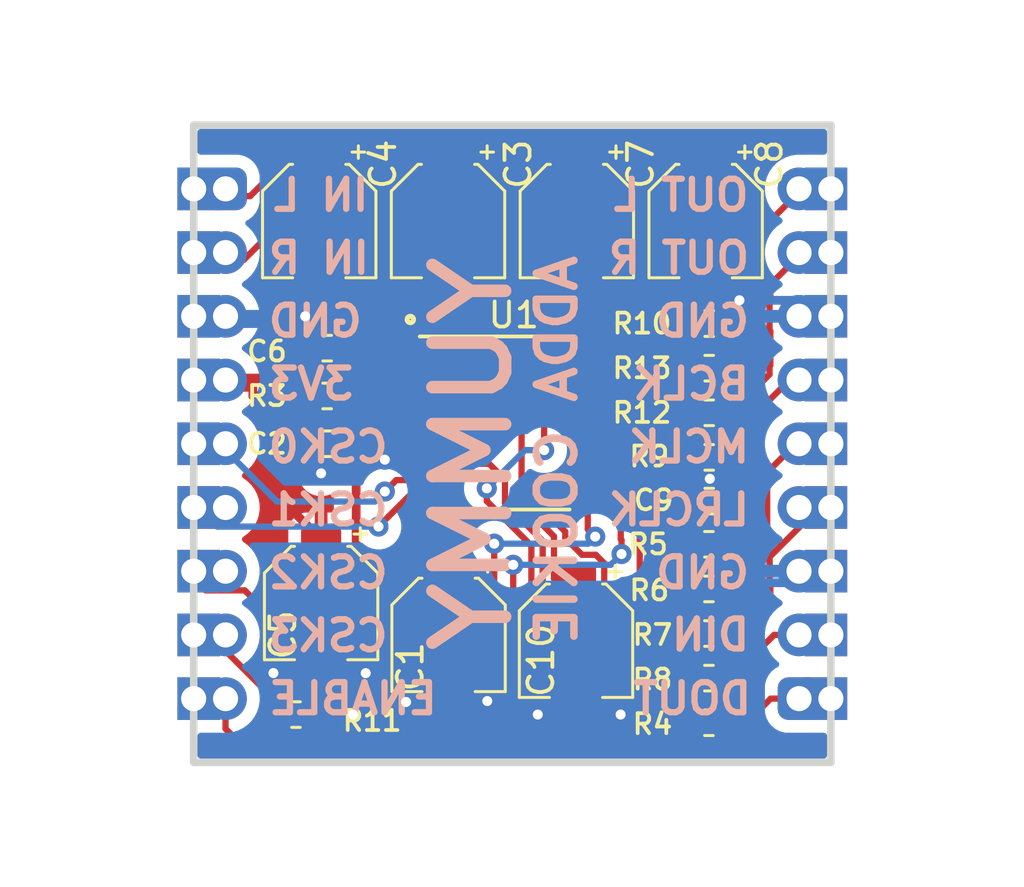
<source format=kicad_pcb>
(kicad_pcb (version 20241229) (generator "pcbnew") (generator_version "9.0")
  (title_block (title "Yummy ADDA Cookie") (company "Gary Grutzek"))
  (layers (0 "F.Cu" signal) (2 "B.Cu" signal) (13 "F.Paste" user) (15 "B.Paste" user) (5 "F.SilkS" user "F.Silkscreen") (7 "B.SilkS" user "B.Silkscreen") (1 "F.Mask" user) (3 "B.Mask" user) (25 "Edge.Cuts" user))
  (net 0 "")
  (net 1 "/VD")
  (net 2 "GNDA")
  (net 3 "+3.3VA")
  (net 4 "Net-(C4-Pad2)")
  (net 5 "/CKS3")
  (net 6 "/CKS2")
  (net 7 "/CKS1")
  (net 8 "/CKS0")
  (net 9 "/PDN")
  (net 10 "/AUDIO_OUTL")
  (net 11 "/AUDIO_OUTR")
  (net 12 "/I2S_LRCLK")
  (net 13 "/I2S_BCLK")
  (net 14 "/I2S_MCLK")
  (net 15 "/I2S_DIN")
  (net 16 "/I2S_DOUT")
  (net 17 "Net-(R4-Pad1)")
  (net 18 "Net-(R7-Pad2)")
  (net 19 "Net-(R8-Pad2)")
  (net 20 "/AUDIO_INR")
  (net 21 "/AUDIO_INL")
  (net 22 "Net-(C7-Pad1)")
  (net 23 "Net-(C3-Pad2)")
  (net 24 "Net-(C7-Pad2)")
  (net 25 "Net-(C8-Pad1)")
  (net 26 "Net-(C8-Pad2)")
  (net 27 "Net-(C10-Pad1)")
  (net 28 "Net-(R5-Pad2)")
  (net 29 "Net-(R6-Pad2)")
  (footprint "Resistor_SMD:R_0603_1608Metric_Pad1.05x0.95mm_HandSolder" (layer "F.Cu") (at 30.72 36.195 180)
    (property "Reference" "R3" (at 2.399 0 180) (layer "F.SilkS") (effects (font (size 0.8 0.8))))
    (property "Value" "5R1")
    (pad "1" smd roundrect (at -0.875 0 180) (size 1.05 0.95) (layers "F.Cu" "F.Mask" "F.Paste") (net 1 "/VD"))
    (pad "2" smd roundrect (at 0.875 0 180) (size 1.05 0.95) (layers "F.Cu" "F.Mask" "F.Paste") (net 3 "+3.3VA"))
  )
  (footprint "Capacitor_SMD:C_0603_1608Metric_Pad1.05x0.95mm_HandSolder" (layer "F.Cu") (at 30.72 38.1 180)
    (property "Reference" "C2" (at 2.399 0 180) (layer "F.SilkS") (effects (font (size 0.8 0.8))))
    (property "Value" "100n")
    (pad "1" smd roundrect (at -0.875 0 180) (size 1.05 0.95) (layers "F.Cu" "F.Mask" "F.Paste") (net 1 "/VD"))
    (pad "2" smd roundrect (at 0.875 0 180) (size 1.05 0.95) (layers "F.Cu" "F.Mask" "F.Paste") (net 2 "GNDA"))
  )
  (footprint "Capacitor_SMD:CP_Elec_4x5.4" (layer "F.Cu") (at 35.56 45.72 -90)
    (property "Reference" "C1" (at 1.27 1.524 90) (layer "F.SilkS"))
    (property "Value" "10u")
    (pad "1" smd roundrect (at -1.8 0 270) (size 2.6 1.6) (layers "F.Cu" "F.Mask" "F.Paste") (roundrect_rratio 0.15625) (net 1 "/VD"))
    (pad "2" smd roundrect (at 1.8 0 270) (size 2.6 1.6) (layers "F.Cu" "F.Mask" "F.Paste") (roundrect_rratio 0.15625) (net 2 "GNDA"))
  )
  (footprint "GuitarStuff:TSSOP-20_4.4x6.5mm_P0.65mm" (layer "F.Cu") (at 38.159 37.273)
    (property "Reference" "U1" (at 0 -4.3 0) (layer "F.SilkS"))
    (property "Value" "AK4556")
    (pad "1" smd rect (at -2.95 -2.925) (size 1.45 0.45) (layers "F.Cu" "F.Mask" "F.Paste") (net 23 "Net-(C3-Pad2)"))
    (pad "2" smd rect (at -2.95 -2.275) (size 1.45 0.45) (layers "F.Cu" "F.Mask" "F.Paste") (net 4 "Net-(C4-Pad2)"))
    (pad "3" smd rect (at -2.95 -1.625) (size 1.45 0.45) (layers "F.Cu" "F.Mask" "F.Paste") (net 2 "GNDA"))
    (pad "4" smd rect (at -2.95 -0.975) (size 1.45 0.45) (layers "F.Cu" "F.Mask" "F.Paste") (net 3 "+3.3VA"))
    (pad "5" smd rect (at -2.95 -0.325) (size 1.45 0.45) (layers "F.Cu" "F.Mask" "F.Paste") (net 1 "/VD"))
    (pad "6" smd rect (at -2.95 0.325) (size 1.45 0.45) (layers "F.Cu" "F.Mask" "F.Paste") (net 3 "+3.3VA"))
    (pad "7" smd rect (at -2.95 0.975) (size 1.45 0.45) (layers "F.Cu" "F.Mask" "F.Paste") (net 2 "GNDA"))
    (pad "8" smd rect (at -2.95 1.625) (size 1.45 0.45) (layers "F.Cu" "F.Mask" "F.Paste") (net 17 "Net-(R4-Pad1)"))
    (pad "9" smd rect (at -2.95 2.275) (size 1.45 0.45) (layers "F.Cu" "F.Mask" "F.Paste") (net 8 "/CKS0"))
    (pad "10" smd rect (at -2.95 2.925) (size 1.45 0.45) (layers "F.Cu" "F.Mask" "F.Paste") (net 7 "/CKS1"))
    (pad "11" smd rect (at 2.95 2.925) (size 1.45 0.45) (layers "F.Cu" "F.Mask" "F.Paste") (net 6 "/CKS2"))
    (pad "12" smd rect (at 2.95 2.275) (size 1.45 0.45) (layers "F.Cu" "F.Mask" "F.Paste") (net 5 "/CKS3"))
    (pad "13" smd rect (at 2.95 1.625) (size 1.45 0.45) (layers "F.Cu" "F.Mask" "F.Paste") (net 19 "Net-(R8-Pad2)"))
    (pad "14" smd rect (at 2.95 0.975) (size 1.45 0.45) (layers "F.Cu" "F.Mask" "F.Paste") (net 18 "Net-(R7-Pad2)"))
    (pad "15" smd rect (at 2.95 0.325) (size 1.45 0.45) (layers "F.Cu" "F.Mask" "F.Paste") (net 29 "Net-(R6-Pad2)"))
    (pad "16" smd rect (at 2.95 -0.325) (size 1.45 0.45) (layers "F.Cu" "F.Mask" "F.Paste") (net 28 "Net-(R5-Pad2)"))
    (pad "17" smd rect (at 2.95 -0.975) (size 1.45 0.45) (layers "F.Cu" "F.Mask" "F.Paste") (net 9 "/PDN"))
    (pad "18" smd rect (at 2.95 -1.625) (size 1.45 0.45) (layers "F.Cu" "F.Mask" "F.Paste") (net 27 "Net-(C10-Pad1)"))
    (pad "19" smd rect (at 2.95 -2.275) (size 1.45 0.45) (layers "F.Cu" "F.Mask" "F.Paste") (net 25 "Net-(C8-Pad1)"))
    (pad "20" smd rect (at 2.95 -2.925) (size 1.45 0.45) (layers "F.Cu" "F.Mask" "F.Paste") (net 22 "Net-(C7-Pad1)"))
  )
  (footprint "Capacitor_SMD:CP_Elec_4x5.4" (layer "F.Cu") (at 40.64 45.952 -90)
    (property "Reference" "C10" (at 0.784 1.397 90) (layer "F.SilkS"))
    (property "Value" "2u2")
    (pad "1" smd roundrect (at -1.8 0 270) (size 2.6 1.6) (layers "F.Cu" "F.Mask" "F.Paste") (roundrect_rratio 0.15625) (net 27 "Net-(C10-Pad1)"))
    (pad "2" smd roundrect (at 1.8 0 270) (size 2.6 1.6) (layers "F.Cu" "F.Mask" "F.Paste") (roundrect_rratio 0.15625) (net 2 "GNDA"))
  )
  (footprint "Capacitor_SMD:C_0603_1608Metric_Pad1.05x0.95mm_HandSolder" (layer "F.Cu") (at 30.72 34.29 180)
    (property "Reference" "C6" (at 2.399 -0.127 180) (layer "F.SilkS") (effects (font (size 0.8 0.8))))
    (property "Value" "100n")
    (pad "1" smd roundrect (at -0.875 0 180) (size 1.05 0.95) (layers "F.Cu" "F.Mask" "F.Paste") (net 3 "+3.3VA"))
    (pad "2" smd roundrect (at 0.875 0 180) (size 1.05 0.95) (layers "F.Cu" "F.Mask" "F.Paste") (net 2 "GNDA"))
  )
  (footprint "Capacitor_SMD:CP_Elec_4x5.4" (layer "F.Cu") (at 30.48 44.45 -90)
    (property "Reference" "C5" (at 1.27 1.524 90) (layer "F.SilkS"))
    (property "Value" "10u")
    (pad "1" smd roundrect (at -1.8 0 270) (size 2.6 1.6) (layers "F.Cu" "F.Mask" "F.Paste") (roundrect_rratio 0.15625) (net 3 "+3.3VA"))
    (pad "2" smd roundrect (at 1.8 0 270) (size 2.6 1.6) (layers "F.Cu" "F.Mask" "F.Paste") (roundrect_rratio 0.15625) (net 2 "GNDA"))
  )
  (footprint "Resistor_SMD:R_0603_1608Metric_Pad1.05x0.95mm_HandSolder" (layer "F.Cu") (at 29.478 48.895 180)
    (property "Reference" "R11" (at -3.034 -0.254 0) (layer "F.SilkS") (effects (font (size 0.8 0.8))))
    (property "Value" "10k")
    (pad "1" smd roundrect (at -0.875 0 180) (size 1.05 0.95) (layers "F.Cu" "F.Mask" "F.Paste") (net 2 "GNDA"))
    (pad "2" smd roundrect (at 0.875 0 180) (size 1.05 0.95) (layers "F.Cu" "F.Mask" "F.Paste") (net 9 "/PDN"))
  )
  (footprint "Resistor_SMD:R_0603_1608Metric_Pad1.05x0.95mm_HandSolder" (layer "F.Cu") (at 45.938 42.109 180)
    (property "Reference" "R5" (at 2.427 0 180) (layer "F.SilkS") (effects (font (size 0.8 0.8))))
    (property "Value" "51R")
    (pad "1" smd roundrect (at -0.875 0 180) (size 1.05 0.95) (layers "F.Cu" "F.Mask" "F.Paste") (net 13 "/I2S_BCLK"))
    (pad "2" smd roundrect (at 0.875 0 180) (size 1.05 0.95) (layers "F.Cu" "F.Mask" "F.Paste") (net 28 "Net-(R5-Pad2)"))
  )
  (footprint "Resistor_SMD:R_0603_1608Metric_Pad1.05x0.95mm_HandSolder" (layer "F.Cu") (at 45.938 43.887 180)
    (property "Reference" "R6" (at 2.377 -0.055 180) (layer "F.SilkS") (effects (font (size 0.8 0.8))))
    (property "Value" "51R")
    (pad "1" smd roundrect (at -0.875 0 180) (size 1.05 0.95) (layers "F.Cu" "F.Mask" "F.Paste") (net 14 "/I2S_MCLK"))
    (pad "2" smd roundrect (at 0.875 0 180) (size 1.05 0.95) (layers "F.Cu" "F.Mask" "F.Paste") (net 29 "Net-(R6-Pad2)"))
  )
  (footprint "Resistor_SMD:R_0603_1608Metric_Pad1.05x0.95mm_HandSolder" (layer "F.Cu") (at 45.938 45.665 180)
    (property "Reference" "R7" (at 2.25 -0.055 180) (layer "F.SilkS") (effects (font (size 0.8 0.8))))
    (property "Value" "51R")
    (pad "1" smd roundrect (at -0.875 0 180) (size 1.05 0.95) (layers "F.Cu" "F.Mask" "F.Paste") (net 12 "/I2S_LRCLK"))
    (pad "2" smd roundrect (at 0.875 0 180) (size 1.05 0.95) (layers "F.Cu" "F.Mask" "F.Paste") (net 18 "Net-(R7-Pad2)"))
  )
  (footprint "Resistor_SMD:R_0603_1608Metric_Pad1.05x0.95mm_HandSolder" (layer "F.Cu") (at 45.938 47.443 180)
    (property "Reference" "R8" (at 2.25 -0.055 180) (layer "F.SilkS") (effects (font (size 0.8 0.8))))
    (property "Value" "51R")
    (pad "1" smd roundrect (at -0.875 0 180) (size 1.05 0.95) (layers "F.Cu" "F.Mask" "F.Paste") (net 15 "/I2S_DIN"))
    (pad "2" smd roundrect (at 0.875 0 180) (size 1.05 0.95) (layers "F.Cu" "F.Mask" "F.Paste") (net 19 "Net-(R8-Pad2)"))
  )
  (footprint "Resistor_SMD:R_0603_1608Metric_Pad1.05x0.95mm_HandSolder" (layer "F.Cu") (at 45.938 49.221)
    (property "Reference" "R4" (at -2.25 0.055 0) (layer "F.SilkS") (effects (font (size 0.8 0.8))))
    (property "Value" "51R")
    (pad "1" smd roundrect (at -0.875 0) (size 1.05 0.95) (layers "F.Cu" "F.Mask" "F.Paste") (net 17 "Net-(R4-Pad1)"))
    (pad "2" smd roundrect (at 0.875 0) (size 1.05 0.95) (layers "F.Cu" "F.Mask" "F.Paste") (net 16 "/I2S_DOUT"))
  )
  (footprint "Resistor_SMD:R_0603_1608Metric_Pad1.05x0.95mm_HandSolder" (layer "F.Cu") (at 45.949 38.644 180)
    (property "Reference" "R9" (at 2.388 0.036 180) (layer "F.SilkS") (effects (font (size 0.8 0.8))))
    (property "Value" "10k")
    (pad "1" smd roundrect (at -0.875 0 180) (size 1.05 0.95) (layers "F.Cu" "F.Mask" "F.Paste") (net 2 "GNDA"))
    (pad "2" smd roundrect (at 0.875 0 180) (size 1.05 0.95) (layers "F.Cu" "F.Mask" "F.Paste") (net 24 "Net-(C7-Pad2)"))
  )
  (footprint "Resistor_SMD:R_0603_1608Metric_Pad1.05x0.95mm_HandSolder" (layer "F.Cu") (at 45.949 36.866 180)
    (property "Reference" "R12" (at 2.681 0 180) (layer "F.SilkS") (effects (font (size 0.8 0.8))))
    (property "Value" "220R")
    (pad "1" smd roundrect (at -0.875 0 180) (size 1.05 0.95) (layers "F.Cu" "F.Mask" "F.Paste") (net 11 "/AUDIO_OUTR"))
    (pad "2" smd roundrect (at 0.875 0 180) (size 1.05 0.95) (layers "F.Cu" "F.Mask" "F.Paste") (net 24 "Net-(C7-Pad2)"))
  )
  (footprint "Resistor_SMD:R_0603_1608Metric_Pad1.05x0.95mm_HandSolder" (layer "F.Cu") (at 45.949 35.088 180)
    (property "Reference" "R13" (at 2.681 0 180) (layer "F.SilkS") (effects (font (size 0.8 0.8))))
    (property "Value" "220R")
    (pad "1" smd roundrect (at -0.875 0 180) (size 1.05 0.95) (layers "F.Cu" "F.Mask" "F.Paste") (net 10 "/AUDIO_OUTL"))
    (pad "2" smd roundrect (at 0.875 0 180) (size 1.05 0.95) (layers "F.Cu" "F.Mask" "F.Paste") (net 26 "Net-(C8-Pad2)"))
  )
  (footprint "Resistor_SMD:R_0603_1608Metric_Pad1.05x0.95mm_HandSolder" (layer "F.Cu") (at 45.949 33.31 180)
    (property "Reference" "R10" (at 2.681 0 180) (layer "F.SilkS") (effects (font (size 0.8 0.8))))
    (property "Value" "10k")
    (pad "1" smd roundrect (at -0.875 0 180) (size 1.05 0.95) (layers "F.Cu" "F.Mask" "F.Paste") (net 2 "GNDA"))
    (pad "2" smd roundrect (at 0.875 0 180) (size 1.05 0.95) (layers "F.Cu" "F.Mask" "F.Paste") (net 26 "Net-(C8-Pad2)"))
  )
  (footprint "Capacitor_SMD:CP_Elec_4x5.4" (layer "F.Cu") (at 40.673332 29.224 -90)
    (property "Reference" "C7" (at -2.264 -2.54 270) (layer "F.SilkS"))
    (property "Value" "22u")
    (pad "1" smd roundrect (at -1.8 0 270) (size 2.6 1.6) (layers "F.Cu" "F.Mask" "F.Paste") (roundrect_rratio 0.15625) (net 22 "Net-(C7-Pad1)"))
    (pad "2" smd roundrect (at 1.8 0 270) (size 2.6 1.6) (layers "F.Cu" "F.Mask" "F.Paste") (roundrect_rratio 0.15625) (net 24 "Net-(C7-Pad2)"))
  )
  (footprint "Capacitor_SMD:CP_Elec_4x5.4" (layer "F.Cu") (at 45.808 29.224 -90)
    (property "Reference" "C8" (at -2.264 -2.54 270) (layer "F.SilkS"))
    (property "Value" "22u")
    (pad "1" smd roundrect (at -1.8 0 270) (size 2.6 1.6) (layers "F.Cu" "F.Mask" "F.Paste") (roundrect_rratio 0.15625) (net 25 "Net-(C8-Pad1)"))
    (pad "2" smd roundrect (at 1.8 0 270) (size 2.6 1.6) (layers "F.Cu" "F.Mask" "F.Paste") (roundrect_rratio 0.15625) (net 26 "Net-(C8-Pad2)"))
  )
  (footprint "Capacitor_SMD:CP_Elec_4x5.4" (layer "F.Cu") (at 30.404 29.224 -90)
    (property "Reference" "C4" (at -2.264 -2.54 270) (layer "F.SilkS"))
    (property "Value" "10u")
    (pad "1" smd roundrect (at -1.8 0 270) (size 2.6 1.6) (layers "F.Cu" "F.Mask" "F.Paste") (roundrect_rratio 0.15625) (net 21 "/AUDIO_INL"))
    (pad "2" smd roundrect (at 1.8 0 270) (size 2.6 1.6) (layers "F.Cu" "F.Mask" "F.Paste") (roundrect_rratio 0.15625) (net 4 "Net-(C4-Pad2)"))
  )
  (footprint "Capacitor_SMD:CP_Elec_4x5.4" (layer "F.Cu") (at 35.538666 29.224 -90)
    (property "Reference" "C3" (at -2.264 -2.794 270) (layer "F.SilkS"))
    (property "Value" "10u")
    (pad "1" smd roundrect (at -1.8 0 270) (size 2.6 1.6) (layers "F.Cu" "F.Mask" "F.Paste") (roundrect_rratio 0.15625) (net 20 "/AUDIO_INR"))
    (pad "2" smd roundrect (at 1.8 0 270) (size 2.6 1.6) (layers "F.Cu" "F.Mask" "F.Paste") (roundrect_rratio 0.15625) (net 23 "Net-(C3-Pad2)"))
  )
  (footprint "GuitarStuff:HalfHole_2x9" (layer "F.Cu") (at 25.4 27.94)
    (property "Reference" "J1" (hide yes))
    (property "Value" "Conn_01x09_Female")
    (pad "1" thru_hole rect (at 0 0) (size 1.7 1.7) (drill 1 (offset 0.2 0)) (layers "*.Cu" "*.Mask") (net 21 "/AUDIO_INL"))
    (pad "1" thru_hole roundrect (at 1.27 0) (size 1.7 1.7) (drill 1) (layers "*.Cu" "*.Mask") (net 21 "/AUDIO_INL"))
    (pad "2" thru_hole rect (at 0 2.54) (size 1.7 1.7) (drill 1 (offset 0.2 0)) (layers "*.Cu" "*.Mask") (net 20 "/AUDIO_INR"))
    (pad "2" thru_hole oval (at 1.27 2.54) (size 1.7 1.7) (drill 1) (layers "*.Cu" "*.Mask") (net 20 "/AUDIO_INR"))
    (pad "3" thru_hole rect (at 0 5.08) (size 1.7 1.7) (drill 1 (offset 0.2 0)) (layers "*.Cu" "*.Mask") (net 2 "GNDA"))
    (pad "3" thru_hole oval (at 1.27 5.08) (size 1.7 1.7) (drill 1) (layers "*.Cu" "*.Mask") (net 2 "GNDA"))
    (pad "4" thru_hole rect (at 0 7.62) (size 1.7 1.7) (drill 1 (offset 0.2 0)) (layers "*.Cu" "*.Mask") (net 3 "+3.3VA"))
    (pad "4" thru_hole oval (at 1.27 7.62) (size 1.7 1.7) (drill 1) (layers "*.Cu" "*.Mask") (net 3 "+3.3VA"))
    (pad "5" thru_hole rect (at 0 10.16) (size 1.7 1.7) (drill 1 (offset 0.2 0)) (layers "*.Cu" "*.Mask") (net 8 "/CKS0"))
    (pad "5" thru_hole oval (at 1.27 10.16) (size 1.7 1.7) (drill 1) (layers "*.Cu" "*.Mask") (net 8 "/CKS0"))
    (pad "6" thru_hole rect (at 0 12.7) (size 1.7 1.7) (drill 1 (offset 0.2 0)) (layers "*.Cu" "*.Mask") (net 7 "/CKS1"))
    (pad "6" thru_hole oval (at 1.27 12.7) (size 1.7 1.7) (drill 1) (layers "*.Cu" "*.Mask") (net 7 "/CKS1"))
    (pad "7" thru_hole rect (at 0 15.24) (size 1.7 1.7) (drill 1 (offset 0.2 0)) (layers "*.Cu" "*.Mask") (net 6 "/CKS2"))
    (pad "7" thru_hole oval (at 1.27 15.24) (size 1.7 1.7) (drill 1) (layers "*.Cu" "*.Mask") (net 6 "/CKS2"))
    (pad "8" thru_hole rect (at 0 17.78) (size 1.7 1.7) (drill 1 (offset 0.2 0)) (layers "*.Cu" "*.Mask") (net 5 "/CKS3"))
    (pad "8" thru_hole oval (at 1.27 17.78) (size 1.7 1.7) (drill 1) (layers "*.Cu" "*.Mask") (net 5 "/CKS3"))
    (pad "9" thru_hole rect (at 0 20.32) (size 1.7 1.7) (drill 1 (offset 0.2 0)) (layers "*.Cu" "*.Mask") (net 9 "/PDN"))
    (pad "9" thru_hole oval (at 1.27 20.32) (size 1.7 1.7) (drill 1) (layers "*.Cu" "*.Mask") (net 9 "/PDN"))
  )
  (footprint "GuitarStuff:HalfHole_2x9" (layer "F.Cu") (at 50.8 48.26 180)
    (property "Reference" "J2" (hide yes))
    (property "Value" "Conn_01x09_Female")
    (pad "1" thru_hole rect (at 0 0 180) (size 1.7 1.7) (drill 1 (offset 0.2 0)) (layers "*.Cu" "*.Mask") (net 16 "/I2S_DOUT"))
    (pad "1" thru_hole roundrect (at 1.27 0 180) (size 1.7 1.7) (drill 1) (layers "*.Cu" "*.Mask") (net 16 "/I2S_DOUT"))
    (pad "2" thru_hole rect (at 0 2.54 180) (size 1.7 1.7) (drill 1 (offset 0.2 0)) (layers "*.Cu" "*.Mask") (net 15 "/I2S_DIN"))
    (pad "2" thru_hole oval (at 1.27 2.54 180) (size 1.7 1.7) (drill 1) (layers "*.Cu" "*.Mask") (net 15 "/I2S_DIN"))
    (pad "3" thru_hole rect (at 0 5.08 180) (size 1.7 1.7) (drill 1 (offset 0.2 0)) (layers "*.Cu" "*.Mask") (net 2 "GNDA"))
    (pad "3" thru_hole oval (at 1.27 5.08 180) (size 1.7 1.7) (drill 1) (layers "*.Cu" "*.Mask") (net 2 "GNDA"))
    (pad "4" thru_hole rect (at 0 7.62 180) (size 1.7 1.7) (drill 1 (offset 0.2 0)) (layers "*.Cu" "*.Mask") (net 12 "/I2S_LRCLK"))
    (pad "4" thru_hole oval (at 1.27 7.62 180) (size 1.7 1.7) (drill 1) (layers "*.Cu" "*.Mask") (net 12 "/I2S_LRCLK"))
    (pad "5" thru_hole rect (at 0 10.16 180) (size 1.7 1.7) (drill 1 (offset 0.2 0)) (layers "*.Cu" "*.Mask") (net 14 "/I2S_MCLK"))
    (pad "5" thru_hole oval (at 1.27 10.16 180) (size 1.7 1.7) (drill 1) (layers "*.Cu" "*.Mask") (net 14 "/I2S_MCLK"))
    (pad "6" thru_hole rect (at 0 12.7 180) (size 1.7 1.7) (drill 1 (offset 0.2 0)) (layers "*.Cu" "*.Mask") (net 13 "/I2S_BCLK"))
    (pad "6" thru_hole oval (at 1.27 12.7 180) (size 1.7 1.7) (drill 1) (layers "*.Cu" "*.Mask") (net 13 "/I2S_BCLK"))
    (pad "7" thru_hole rect (at 0 15.24 180) (size 1.7 1.7) (drill 1 (offset 0.2 0)) (layers "*.Cu" "*.Mask") (net 2 "GNDA"))
    (pad "7" thru_hole oval (at 1.27 15.24 180) (size 1.7 1.7) (drill 1) (layers "*.Cu" "*.Mask") (net 2 "GNDA"))
    (pad "8" thru_hole rect (at 0 17.78 180) (size 1.7 1.7) (drill 1 (offset 0.2 0)) (layers "*.Cu" "*.Mask") (net 11 "/AUDIO_OUTR"))
    (pad "8" thru_hole oval (at 1.27 17.78 180) (size 1.7 1.7) (drill 1) (layers "*.Cu" "*.Mask") (net 11 "/AUDIO_OUTR"))
    (pad "9" thru_hole rect (at 0 20.32 180) (size 1.7 1.7) (drill 1 (offset 0.2 0)) (layers "*.Cu" "*.Mask") (net 10 "/AUDIO_OUTL"))
    (pad "9" thru_hole oval (at 1.27 20.32 180) (size 1.7 1.7) (drill 1) (layers "*.Cu" "*.Mask") (net 10 "/AUDIO_OUTL"))
  )
  (footprint "Capacitor_SMD:C_0603_1608Metric_Pad1.05x0.95mm_HandSolder" (layer "F.Cu") (at 45.949 40.386)
    (property "Reference" "C9" (at -2.213 -0.036 0) (layer "F.SilkS") (effects (font (size 0.8 0.8))))
    (property "Value" "100n")
    (pad "1" smd roundrect (at -0.875 0) (size 1.05 0.95) (layers "F.Cu" "F.Mask" "F.Paste") (net 27 "Net-(C10-Pad1)"))
    (pad "2" smd roundrect (at 0.875 0) (size 1.05 0.95) (layers "F.Cu" "F.Mask" "F.Paste") (net 2 "GNDA"))
  )
  (gr_circle (center 34.036 33.147) (end 34.036 33.02) (stroke (width 0.2)) (fill no) (layer "F.SilkS"))
  (gr_line (start 25.4 25.4) (end 25.4 50.8) (stroke (width 0.3)) (layer "Edge.Cuts"))
  (gr_line (start 25.4 50.8) (end 50.8 50.8) (stroke (width 0.3)) (layer "Edge.Cuts"))
  (gr_line (start 50.8 25.4) (end 25.4 25.4) (stroke (width 0.3)) (layer "Edge.Cuts"))
  (gr_line (start 50.8 50.8) (end 50.8 25.4) (stroke (width 0.3)) (layer "Edge.Cuts"))
  (gr_text "IN L" (at 30.48 28.194 0) (layer "B.SilkS") (effects (font (size 1.2 1.2) (thickness 0.25)) (justify mirror)))
  (gr_text "3V3" (at 30.076858 35.71875 0) (layer "B.SilkS") (effects (font (size 1.2 1.2) (thickness 0.25)) (justify mirror)))
  (gr_text "ENABLE" (at 31.75 48.26 0) (layer "B.SilkS") (effects (font (size 1.2 1.2) (thickness 0.25)) (justify mirror)))
  (gr_text "MCLK" (at 45.141 38.227 0) (layer "B.SilkS") (effects (font (size 1.2 1.2) (thickness 0.25)) (justify mirror)))
  (gr_text "LRCLK" (at 44.741 40.73525 0) (layer "B.SilkS") (effects (font (size 1.2 1.2) (thickness 0.25)) (justify mirror)))
  (gr_text "CSK3" (at 30.762572 45.75175 0) (layer "B.SilkS") (effects (font (size 1.2 1.2) (thickness 0.25)) (justify mirror)))
  (gr_text "DOUT" (at 42.799 48.26 0) (layer "B.SilkS") (effects (font (size 1.2 1.2) (thickness 0.25)) (justify right mirror)))
  (gr_text "BCLK" (at 45.226714 35.71875 0) (layer "B.SilkS") (effects (font (size 1.2 1.2) (thickness 0.25)) (justify mirror)))
  (gr_text "OUT R" (at 44.741 30.70225 0) (layer "B.SilkS") (effects (font (size 1.2 1.2) (thickness 0.25)) (justify mirror)))
  (gr_text "DIN" (at 44.323 45.72 0) (layer "B.SilkS") (effects (font (size 1.2 1.2) (thickness 0.25)) (justify right mirror)))
  (gr_text "IN R\n" (at 30.391143 30.70225 0) (layer "B.SilkS") (effects (font (size 1.2 1.2) (thickness 0.25)) (justify mirror)))
  (gr_text "GND" (at 45.683857 33.2105 0) (layer "B.SilkS") (effects (font (size 1.2 1.2) (thickness 0.25)) (justify mirror)))
  (gr_text "CSK2" (at 30.762572 43.2435 0) (layer "B.SilkS") (effects (font (size 1.2 1.2) (thickness 0.25)) (justify mirror)))
  (gr_text "CSK0" (at 30.762572 38.227 0) (layer "B.SilkS") (effects (font (size 1.2 1.2) (thickness 0.25)) (justify mirror)))
  (gr_text "GND" (at 45.683857 43.2435 0) (layer "B.SilkS") (effects (font (size 1.2 1.2) (thickness 0.25)) (justify mirror)))
  (gr_text "CSK1" (at 30.762572 40.73525 0) (layer "B.SilkS") (effects (font (size 1.2 1.2) (thickness 0.25)) (justify mirror)))
  (gr_text "OUT L" (at 44.831 28.194 0) (layer "B.SilkS") (effects (font (size 1.2 1.2) (thickness 0.25)) (justify mirror)))
  (gr_text "GND" (at 30.248286 33.2105 0) (layer "B.SilkS") (effects (font (size 1.2 1.2) (thickness 0.25)) (justify mirror)))
  (gr_text "YUMMY" (at 36.5 38.5 90) (layer "B.SilkS") (effects (font (size 2.9 3.1) (thickness 0.5)) (justify mirror)))
  (gr_text "ADDA COOKIE" (at 39.878 38.354 90) (layer "B.SilkS") (effects (font (size 1.5 1.5494) (thickness 0.3)) (justify mirror)))
  (segment (start 31.877 42.175068) (end 31.877 38.227) (width 0.35) (layer "F.Cu") (net 1))
  (segment (start 35.56 44.45) (end 34.151932 44.45) (width 0.35) (layer "F.Cu") (net 1))
  (segment (start 31.75 36.83) (end 31.75 37.084) (width 0.35) (layer "F.Cu") (net 1))
  (segment (start 31.877 38.227) (end 31.75 38.1) (width 0.35) (layer "F.Cu") (net 1))
  (segment (start 35.209 36.948) (end 31.886 36.948) (width 0.35) (layer "F.Cu") (net 1))
  (segment (start 31.75 38.1) (end 31.75 37.084) (width 0.35) (layer "F.Cu") (net 1))
  (segment (start 31.75 36.195) (end 31.75 36.83) (width 0.35) (layer "F.Cu") (net 1))
  (segment (start 34.151932 44.45) (end 31.877 42.175068) (width 0.35) (layer "F.Cu") (net 1))
  (segment (start 31.886 36.948) (end 31.75 37.084) (width 0.35) (layer "F.Cu") (net 1))
  (segment (start 46.824 40.6845) (end 46.5615 40.422) (width 0.3) (layer "F.Cu") (net 2))
  (segment (start 33.658988 35.172988) (end 33.658988 34.962766) (width 0.35) (layer "F.Cu") (net 2))
  (segment (start 30.353 48.895) (end 31.75 48.895) (width 0.35) (layer "F.Cu") (net 2))
  (segment (start 32.12633 47.23934) (end 29.145345 47.23934) (width 0.35) (layer "F.Cu") (net 2))
  (segment (start 35.209 38.248) (end 33.507 38.248) (width 0.35) (layer "F.Cu") (net 2))
  (segment (start 46.539685 39.497) (end 46.824 39.497) (width 0.35) (layer "F.Cu") (net 2))
  (segment (start 30.080001 38.879991) (end 30.48 39.27999) (width 0.35) (layer "F.Cu") (net 2))
  (segment (start 37.103498 48.356773) (end 36.396773 48.356773) (width 0.35) (layer "F.Cu") (net 2))
  (segment (start 32.136212 33.43999) (end 30.69501 33.43999) (width 0.35) (layer "F.Cu") (net 2))
  (segment (start 29.083 47.244) (end 29.486 47.244) (width 0.35) (layer "F.Cu") (net 2))
  (segment (start 41.783003 48.895003) (end 40.64 47.752) (width 0.35) (layer "F.Cu") (net 2))
  (segment (start 30.48 46.736) (end 30.98801 47.24401) (width 0.35) (layer "F.Cu") (net 2))
  (segment (start 33.507 38.248) (end 33.02 38.735) (width 0.35) (layer "F.Cu") (net 2))
  (segment (start 35.209 35.648) (end 34.134 35.648) (width 0.35) (layer "F.Cu") (net 2))
  (segment (start 46.824 32.711716) (end 47.15399 32.381726) (width 0.35) (layer "F.Cu") (net 2))
  (segment (start 46.824 39.497) (end 46.824 40.1595) (width 0.3) (layer "F.Cu") (net 2))
  (segment (start 46.824 40.1595) (end 46.5615 40.422) (width 0.3) (layer "F.Cu") (net 2))
  (segment (start 29.145345 47.23934) (end 28.57966 47.23934) (width 0.35) (layer "F.Cu") (net 2))
  (segment (start 36.396773 48.356773) (end 35.56 47.52) (width 0.35) (layer "F.Cu") (net 2))
  (segment (start 30 38.79999) (end 30.080001 38.879991) (width 0.35) (layer "F.Cu") (net 2))
  (segment (start 30 38.1) (end 30 38.79999) (width 0.35) (layer "F.Cu") (net 2))
  (segment (start 31.75 47.24401) (end 31.74999 47.244) (width 0.35) (layer "F.Cu") (net 2))
  (segment (start 33.658988 34.962766) (end 32.136212 33.43999) (width 0.35) (layer "F.Cu") (net 2))
  (segment (start 29.486 47.244) (end 30.48 46.25) (width 0.35) (layer "F.Cu") (net 2))
  (segment (start 33.86787 48.394373) (end 34.685627 48.394373) (width 0.35) (layer "F.Cu") (net 2))
  (segment (start 30.48 46.25) (end 30.48 46.736) (width 0.35) (layer "F.Cu") (net 2))
  (segment (start 46.824 33.31) (end 46.824 32.711716) (width 0.35) (layer "F.Cu") (net 2))
  (segment (start 39.116 48.895) (end 39.497 48.895) (width 0.35) (layer "F.Cu") (net 2))
  (segment (start 46.824 38.644) (end 46.824 39.497) (width 0.3) (layer "F.Cu") (net 2))
  (segment (start 34.685627 48.394373) (end 35.56 47.52) (width 0.35) (layer "F.Cu") (net 2))
  (segment (start 39.497 48.895) (end 40.64 47.752) (width 0.35) (layer "F.Cu") (net 2))
  (segment (start 45.974 39.497) (end 46.539685 39.497) (width 0.35) (layer "F.Cu") (net 2))
  (segment (start 32.13099 47.244) (end 32.12633 47.23934) (width 0.35) (layer "F.Cu") (net 2))
  (segment (start 30.98801 47.24401) (end 31.75 47.24401) (width 0.35) (layer "F.Cu") (net 2))
  (segment (start 29.845 34.29) (end 29.845 33.02) (width 0.35) (layer "F.Cu") (net 2))
  (segment (start 39.116 48.895) (end 40.64 48.895) (width 0.3) (layer "F.Cu") (net 2))
  (segment (start 30.344072 33.790928) (end 29.845 34.29) (width 0.35) (layer "F.Cu") (net 2))
  (segment (start 42.417997 48.895003) (end 41.783003 48.895003) (width 0.35) (layer "F.Cu") (net 2))
  (segment (start 40.64 48.895) (end 42.417994 48.895) (width 0.3) (layer "F.Cu") (net 2))
  (segment (start 34.134 35.648) (end 33.658988 35.172988) (width 0.35) (layer "F.Cu") (net 2))
  (segment (start 30.69501 33.43999) (end 30.344072 33.790928) (width 0.35) (layer "F.Cu") (net 2))
  (segment (start 46.5615 40.422) (end 46.5615 40.147479) (width 0.3) (layer "F.Cu") (net 2))
  (via (at 45.974 39.497) (size 0.8) (drill 0.4) (layers "F.Cu" "B.Cu") (net 2))
  (via (at 42.417997 48.895003) (size 0.8) (drill 0.4) (layers "F.Cu" "B.Cu") (net 2))
  (via (at 31.75 48.895) (size 0.8) (drill 0.4) (layers "F.Cu" "B.Cu") (net 2))
  (via (at 32.258 47.244) (size 0.8) (drill 0.4) (layers "F.Cu" "B.Cu") (net 2))
  (via (at 29.845 33.02) (size 0.8) (drill 0.4) (layers "F.Cu" "B.Cu") (net 2))
  (via (at 33.02 38.735) (size 0.8) (drill 0.4) (layers "F.Cu" "B.Cu") (net 2))
  (via (at 30.48 39.27999) (size 0.8) (drill 0.4) (layers "F.Cu" "B.Cu") (net 2))
  (via (at 39.116 48.895) (size 0.8) (drill 0.4) (layers "F.Cu" "B.Cu") (net 2))
  (via (at 37.103498 48.356773) (size 0.8) (drill 0.4) (layers "F.Cu" "B.Cu") (net 2))
  (via (at 33.86787 48.394373) (size 0.8) (drill 0.4) (layers "F.Cu" "B.Cu") (net 2))
  (via (at 47.15399 32.381726) (size 0.8) (drill 0.4) (layers "F.Cu" "B.Cu") (net 2))
  (via (at 28.57966 47.23934) (size 0.8) (drill 0.4) (layers "F.Cu" "B.Cu") (net 2))
  (segment (start 47.84 43.522) (end 47.958 43.64) (width 0.35) (layer "B.Cu") (net 2))
  (segment (start 47.958 43.64) (end 50.27499 43.64) (width 0.35) (layer "B.Cu") (net 2))
  (segment (start 47.84 41.184) (end 47.84 43.522) (width 0.35) (layer "B.Cu") (net 2))
  (segment (start 28.989315 33.31) (end 25.92501 33.31) (width 0.35) (layer "B.Cu") (net 2))
  (segment (start 50.27499 33.401) (end 49.255716 32.381726) (width 0.35) (layer "B.Cu") (net 2))
  (segment (start 47.719675 32.381726) (end 47.15399 32.381726) (width 0.35) (layer "B.Cu") (net 2))
  (segment (start 49.255716 32.381726) (end 47.719675 32.381726) (width 0.35) (layer "B.Cu") (net 2))
  (segment (start 29.845 33.02) (end 29.279315 33.02) (width 0.35) (layer "B.Cu") (net 2))
  (segment (start 29.279315 33.02) (end 28.989315 33.31) (width 0.35) (layer "B.Cu") (net 2))
  (segment (start 36.57 37.598) (end 36.576 37.592) (width 0.35) (layer "F.Cu") (net 3))
  (segment (start 27.722 35.85) (end 25.92501 35.85) (width 0.35) (layer "F.Cu") (net 3))
  (segment (start 29.845 36.195) (end 27.75812 36.195) (width 0.35) (layer "F.Cu") (net 3))
  (segment (start 36.576 37.592) (end 36.576 36.322) (width 0.35) (layer "F.Cu") (net 3))
  (segment (start 35.209 36.298) (end 33.603 36.298) (width 0.35) (layer "F.Cu") (net 3))
  (segment (start 29.845 36.04) (end 31.595 34.29) (width 0.35) (layer "F.Cu") (net 3))
  (segment (start 35.209 37.598) (end 36.57 37.598) (width 0.35) (layer "F.Cu") (net 3))
  (segment (start 30.06 41.49) (end 28.575 40.005) (width 0.35) (layer "F.Cu") (net 3))
  (segment (start 33.603 36.298) (end 31.595 34.29) (width 0.35) (layer "F.Cu") (net 3))
  (segment (start 36.576 36.322) (end 36.552 36.298) (width 0.35) (layer "F.Cu") (net 3))
  (segment (start 27.75812 35.88612) (end 27.722 35.85) (width 0.35) (layer "F.Cu") (net 3))
  (segment (start 31.595 34.6) (end 31.595 34.29) (width 0.35) (layer "F.Cu") (net 3))
  (segment (start 29.845 36.195) (end 29.845 36.04) (width 0.35) (layer "F.Cu") (net 3))
  (segment (start 30.06 41.49) (end 30.06 43.18) (width 0.35) (layer "F.Cu") (net 3))
  (segment (start 28.575 40.005) (end 28.575 37.62) (width 0.35) (layer "F.Cu") (net 3))
  (segment (start 27.75812 36.195) (end 27.75812 35.88612) (width 0.35) (layer "F.Cu") (net 3))
  (segment (start 36.552 36.298) (end 35.209 36.298) (width 0.35) (layer "F.Cu") (net 3))
  (segment (start 34.158999 34.412999) (end 31.64071 31.89471) (width 0.25) (layer "F.Cu") (net 4))
  (segment (start 31.64071 31.89471) (end 31.02071 31.89471) (width 0.25) (layer "F.Cu") (net 4))
  (segment (start 31.02071 31.89471) (end 30.15 31.024) (width 0.25) (layer "F.Cu") (net 4))
  (segment (start 34.158999 34.922999) (end 34.158999 34.412999) (width 0.25) (layer "F.Cu") (net 4))
  (segment (start 34.234 34.998) (end 34.158999 34.922999) (width 0.25) (layer "F.Cu") (net 4))
  (segment (start 35.209 34.998) (end 34.234 34.998) (width 0.25) (layer "F.Cu") (net 4))
  (segment (start 42.084 39.548) (end 42.423946 39.887946) (width 0.25) (layer "F.Cu") (net 5))
  (segment (start 42.423946 41.900285) (end 42.45499 41.931329) (width 0.25) (layer "F.Cu") (net 5))
  (segment (start 37.846 48.63959) (end 37.20959 49.276) (width 0.25) (layer "F.Cu") (net 5))
  (segment (start 37.846 45.72) (end 37.846 48.63959) (width 0.25) (layer "F.Cu") (net 5))
  (segment (start 28.321 48.006) (end 26.51001 46.19501) (width 0.25) (layer "F.Cu") (net 5))
  (segment (start 32.258 48.006) (end 28.321 48.006) (width 0.25) (layer "F.Cu") (net 5))
  (segment (start 41.109 39.548) (end 42.084 39.548) (width 0.25) (layer "F.Cu") (net 5))
  (segment (start 37.20959 49.276) (end 33.528 49.276) (width 0.25) (layer "F.Cu") (net 5))
  (segment (start 42.45499 41.931329) (end 42.45499 42.497014) (width 0.25) (layer "F.Cu") (net 5))
  (segment (start 38.136992 45.429008) (end 37.846 45.72) (width 0.25) (layer "F.Cu") (net 5))
  (segment (start 33.528 49.276) (end 32.258 48.006) (width 0.25) (layer "F.Cu") (net 5))
  (segment (start 38.136992 42.926) (end 38.136992 45.429008) (width 0.25) (layer "F.Cu") (net 5))
  (segment (start 26.51001 46.19501) (end 25.87501 46.19501) (width 0.25) (layer "F.Cu") (net 5))
  (segment (start 42.423946 39.887946) (end 42.423946 41.900285) (width 0.25) (layer "F.Cu") (net 5))
  (via (at 42.45499 42.497014) (size 0.8) (drill 0.4) (layers "F.Cu" "B.Cu") (net 5))
  (via (at 38.136992 42.926) (size 0.8) (drill 0.4) (layers "F.Cu" "B.Cu") (net 5))
  (segment (start 42.054991 42.897013) (end 42.45499 42.497014) (width 0.25) (layer "B.Cu") (net 5))
  (segment (start 38.136992 42.926) (end 42.026004 42.926) (width 0.25) (layer "B.Cu") (net 5))
  (segment (start 42.026004 42.926) (end 42.054991 42.897013) (width 0.25) (layer "B.Cu") (net 5))
  (segment (start 41.109 41.506111) (end 41.404869 41.80198) (width 0.25) (layer "F.Cu") (net 6))
  (segment (start 36.34818 45.77701) (end 33.45801 45.77701) (width 0.25) (layer "F.Cu") (net 6))
  (segment (start 37.379505 44.745685) (end 36.34818 45.77701) (width 0.25) (layer "F.Cu") (net 6))
  (segment (start 27.43501 43.94501) (end 25.87501 43.94501) (width 0.25) (layer "F.Cu") (net 6))
  (segment (start 33.45801 45.77701) (end 32.28399 44.60299) (width 0.25) (layer "F.Cu") (net 6))
  (segment (start 37.379505 42.083205) (end 37.379505 44.745685) (width 0.25) (layer "F.Cu") (net 6))
  (segment (start 32.28399 44.60299) (end 28.09299 44.60299) (width 0.25) (layer "F.Cu") (net 6))
  (segment (start 41.109 40.198) (end 40.609 40.198) (width 0.25) (layer "F.Cu") (net 6))
  (segment (start 28.09299 44.60299) (end 27.43501 43.94501) (width 0.25) (layer "F.Cu") (net 6))
  (segment (start 41.109 40.198) (end 41.109 41.506111) (width 0.25) (layer "F.Cu") (net 6))
  (via (at 37.379505 42.083205) (size 0.8) (drill 0.4) (layers "F.Cu" "B.Cu") (net 6))
  (via (at 41.404869 41.80198) (size 0.8) (drill 0.4) (layers "F.Cu" "B.Cu") (net 6))
  (segment (start 41.123644 42.083205) (end 41.404869 41.80198) (width 0.25) (layer "B.Cu") (net 6))
  (segment (start 37.379505 42.083205) (end 41.123644 42.083205) (width 0.25) (layer "B.Cu") (net 6))
  (segment (start 33.97 40.198) (end 33.165999 41.002001) (width 0.25) (layer "F.Cu") (net 7))
  (segment (start 33.165999 41.002001) (end 32.766 41.402) (width 0.25) (layer "F.Cu") (net 7))
  (segment (start 35.209 40.198) (end 33.97 40.198) (width 0.25) (layer "F.Cu") (net 7))
  (via (at 32.766 41.402) (size 0.8) (drill 0.4) (layers "F.Cu" "B.Cu") (net 7))
  (segment (start 32.766 41.402) (end 26.34701 41.402) (width 0.25) (layer "B.Cu") (net 7))
  (segment (start 26.34701 41.402) (end 25.87501 40.93) (width 0.25) (layer "B.Cu") (net 7))
  (segment (start 35.209 39.548) (end 33.477 39.548) (width 0.25) (layer "F.Cu") (net 8))
  (segment (start 33.477 39.548) (end 33.02 40.005) (width 0.25) (layer "F.Cu") (net 8))
  (via (at 33.02 40.005) (size 0.8) (drill 0.4) (layers "F.Cu" "B.Cu") (net 8))
  (segment (start 33.02 40.005) (end 32.620001 40.404999) (width 0.25) (layer "B.Cu") (net 8))
  (segment (start 26.416 38.1) (end 25.87501 38.1) (width 0.25) (layer "B.Cu") (net 8))
  (segment (start 32.620001 40.404999) (end 28.720999 40.404999) (width 0.25) (layer "B.Cu") (net 8))
  (segment (start 28.720999 40.404999) (end 26.416 38.1) (width 0.25) (layer "B.Cu") (net 8))
  (segment (start 28.448 49.784) (end 37.338 49.784) (width 0.25) (layer "F.Cu") (net 9))
  (segment (start 28.603 48.895) (end 28.603 49.629) (width 0.25) (layer "F.Cu") (net 9))
  (segment (start 38.354 48.768) (end 38.354 46.482) (width 0.25) (layer "F.Cu") (net 9))
  (segment (start 26.991919 49.784) (end 26.67 49.462081) (width 0.25) (layer "F.Cu") (net 9))
  (segment (start 38.354 46.482) (end 38.862 45.974) (width 0.25) (layer "F.Cu") (net 9))
  (segment (start 41.109 36.298) (end 40.134 36.298) (width 0.25) (layer "F.Cu") (net 9))
  (segment (start 38.862 45.974) (end 38.862 42.164) (width 0.25) (layer "F.Cu") (net 9))
  (segment (start 26.67 48.26) (end 25.87501 48.26) (width 0.25) (layer "F.Cu") (net 9))
  (segment (start 38.862 42.164) (end 37.084 40.386) (width 0.25) (layer "F.Cu") (net 9))
  (segment (start 40.134 36.298) (end 39.37 37.062) (width 0.25) (layer "F.Cu") (net 9))
  (segment (start 37.084 40.386) (end 37.084 39.878) (width 0.25) (layer "F.Cu") (net 9))
  (segment (start 28.603 49.629) (end 28.448 49.784) (width 0.25) (layer "F.Cu") (net 9))
  (segment (start 39.37 37.062) (end 39.37 37.788315) (width 0.25) (layer "F.Cu") (net 9))
  (segment (start 26.67 49.462081) (end 26.67 48.26) (width 0.25) (layer "F.Cu") (net 9))
  (segment (start 39.37 37.788315) (end 39.37 38.354) (width 0.25) (layer "F.Cu") (net 9))
  (segment (start 28.448 49.784) (end 26.991919 49.784) (width 0.25) (layer "F.Cu") (net 9))
  (segment (start 37.338 49.784) (end 38.354 48.768) (width 0.25) (layer "F.Cu") (net 9))
  (via (at 37.084 39.878) (size 0.8) (drill 0.4) (layers "F.Cu" "B.Cu") (net 9))
  (via (at 39.37 38.354) (size 0.8) (drill 0.4) (layers "F.Cu" "B.Cu") (net 9))
  (segment (start 38.804315 38.354) (end 39.37 38.354) (width 0.25) (layer "B.Cu") (net 9))
  (segment (start 37.084 39.878) (end 38.608 38.354) (width 0.25) (layer "B.Cu") (net 9))
  (segment (start 38.608 38.354) (end 38.804315 38.354) (width 0.25) (layer "B.Cu") (net 9))
  (segment (start 49.197 28.4) (end 50.32499 28.4) (width 0.25) (layer "F.Cu") (net 10))
  (segment (start 47.879 34.033) (end 47.879 29.718) (width 0.25) (layer "F.Cu") (net 10))
  (segment (start 47.879 29.718) (end 49.197 28.4) (width 0.25) (layer "F.Cu") (net 10))
  (segment (start 46.824 35.088) (end 47.879 34.033) (width 0.25) (layer "F.Cu") (net 10))
  (segment (start 48.354999 33.584001) (end 48.387 33.616002) (width 0.25) (layer "F.Cu") (net 11))
  (segment (start 46.824 36.767721) (end 46.824 36.866) (width 0.25) (layer "F.Cu") (net 11))
  (segment (start 48.387 34.963998) (end 48.354999 34.995999) (width 0.25) (layer "F.Cu") (net 11))
  (segment (start 48.387 33.616002) (end 48.387 34.963998) (width 0.25) (layer "F.Cu") (net 11))
  (segment (start 48.354999 34.995999) (end 48.354999 35.335001) (width 0.25) (layer "F.Cu") (net 11))
  (segment (start 49.197 30.94) (end 48.387 31.75) (width 0.25) (layer "F.Cu") (net 11))
  (segment (start 50.32499 30.94) (end 49.197 30.94) (width 0.25) (layer "F.Cu") (net 11))
  (segment (start 48.354999 32.455999) (end 48.354999 33.584001) (width 0.25) (layer "F.Cu") (net 11))
  (segment (start 48.354999 35.335001) (end 46.824 36.866) (width 0.25) (layer "F.Cu") (net 11))
  (segment (start 48.387 32.423998) (end 48.354999 32.455999) (width 0.25) (layer "F.Cu") (net 11))
  (segment (start 48.387 31.75) (end 48.387 32.423998) (width 0.25) (layer "F.Cu") (net 11))
  (segment (start 48.387 44.091) (end 48.387 43.776002) (width 0.25) (layer "F.Cu") (net 12))
  (segment (start 48.387 43.776002) (end 48.354999 43.744001) (width 0.25) (layer "F.Cu") (net 12))
  (segment (start 46.813 45.665) (end 48.387 44.091) (width 0.25) (layer "F.Cu") (net 12))
  (segment (start 49.53 40.64) (end 49.53 41.440998) (width 0.25) (layer "F.Cu") (net 12))
  (segment (start 49.53 41.440998) (end 48.354999 42.615999) (width 0.25) (layer "F.Cu") (net 12))
  (segment (start 48.354999 42.615999) (end 48.354999 42.926) (width 0.25) (layer "F.Cu") (net 12))
  (segment (start 50.292 40.64) (end 50.32499 40.64) (width 0.25) (layer "F.Cu") (net 12))
  (segment (start 48.354999 43.744001) (end 48.354999 42.926) (width 0.25) (layer "F.Cu") (net 12))
  (segment (start 48.354999 42.926) (end 48.354999 42.766999) (width 0.25) (layer "F.Cu") (net 12))
  (segment (start 47.809989 41.112011) (end 47.809989 36.899011) (width 0.25) (layer "F.Cu") (net 13))
  (segment (start 46.813 42.109) (end 47.809989 41.112011) (width 0.25) (layer "F.Cu") (net 13))
  (segment (start 47.809989 36.899011) (end 49.149 35.56) (width 0.25) (layer "F.Cu") (net 13))
  (segment (start 49.149 35.56) (end 50.32499 35.56) (width 0.25) (layer "F.Cu") (net 13))
  (segment (start 46.813 43.887) (end 47.312072 43.387928) (width 0.25) (layer "F.Cu") (net 14))
  (segment (start 48.26 42.03559) (end 48.26 39.243) (width 0.25) (layer "F.Cu") (net 14))
  (segment (start 47.312072 43.387928) (end 47.312072 42.983518) (width 0.25) (layer "F.Cu") (net 14))
  (segment (start 48.26 39.243) (end 49.403 38.1) (width 0.25) (layer "F.Cu") (net 14))
  (segment (start 49.403 38.1) (end 50.32499 38.1) (width 0.25) (layer "F.Cu") (net 14))
  (segment (start 47.312072 42.983518) (end 48.26 42.03559) (width 0.25) (layer "F.Cu") (net 14))
  (segment (start 48.536 45.72) (end 50.32499 45.72) (width 0.25) (layer "F.Cu") (net 15))
  (segment (start 46.813 47.443) (end 48.536 45.72) (width 0.25) (layer "F.Cu") (net 15))
  (segment (start 48.399 48.26) (end 50.32499 48.26) (width 0.25) (layer "F.Cu") (net 16))
  (segment (start 47.438 49.221) (end 48.399 48.26) (width 0.25) (layer "F.Cu") (net 16))
  (segment (start 46.813 49.221) (end 47.438 49.221) (width 0.25) (layer "F.Cu") (net 16))
  (segment (start 37.809002 40.474591) (end 39.312011 41.9776) (width 0.25) (layer "F.Cu") (net 17))
  (segment (start 37.177004 38.898) (end 37.809002 39.529998) (width 0.25) (layer "F.Cu") (net 17))
  (segment (start 37.809002 39.529998) (end 37.809002 40.474591) (width 0.25) (layer "F.Cu") (net 17))
  (segment (start 41.816 45.974) (end 45.063 49.221) (width 0.25) (layer "F.Cu") (net 17))
  (segment (start 40.006411 45.974) (end 41.816 45.974) (width 0.25) (layer "F.Cu") (net 17))
  (segment (start 39.312011 41.9776) (end 39.312011 45.2796) (width 0.25) (layer "F.Cu") (net 17))
  (segment (start 39.312011 45.2796) (end 40.006411 45.974) (width 0.25) (layer "F.Cu") (net 17))
  (segment (start 35.209 38.898) (end 37.177004 38.898) (width 0.25) (layer "F.Cu") (net 17))
  (segment (start 42.084 38.248) (end 42.873957 39.037957) (width 0.25) (layer "F.Cu") (net 18))
  (segment (start 42.873957 40.592189) (end 43.18 40.898232) (width 0.25) (layer "F.Cu") (net 18))
  (segment (start 43.18 43.782) (end 44.563928 45.165928) (width 0.25) (layer "F.Cu") (net 18))
  (segment (start 41.109 38.248) (end 42.084 38.248) (width 0.25) (layer "F.Cu") (net 18))
  (segment (start 44.563928 45.165928) (end 45.063 45.665) (width 0.25) (layer "F.Cu") (net 18))
  (segment (start 42.873957 39.037957) (end 42.873957 40.592189) (width 0.25) (layer "F.Cu") (net 18))
  (segment (start 43.18 40.898232) (end 43.18 43.782) (width 0.25) (layer "F.Cu") (net 18))
  (segment (start 41.42818 42.52699) (end 40.880222 42.52699) (width 0.25) (layer "F.Cu") (net 19))
  (segment (start 40.280004 38.898) (end 41.109 38.898) (width 0.25) (layer "F.Cu") (net 19))
  (segment (start 40.212033 41.6048) (end 39.624 41.016767) (width 0.25) (layer "F.Cu") (net 19))
  (segment (start 40.212033 41.858801) (end 40.212033 41.6048) (width 0.25) (layer "F.Cu") (net 19))
  (segment (start 39.624 41.016767) (end 39.624 39.554004) (width 0.25) (layer "F.Cu") (net 19))
  (segment (start 45.063 47.443) (end 41.76501 44.14501) (width 0.25) (layer "F.Cu") (net 19))
  (segment (start 40.880222 42.52699) (end 40.212033 41.858801) (width 0.25) (layer "F.Cu") (net 19))
  (segment (start 41.76501 44.14501) (end 41.76501 42.86382) (width 0.25) (layer "F.Cu") (net 19))
  (segment (start 41.76501 42.86382) (end 41.42818 42.52699) (width 0.25) (layer "F.Cu") (net 19))
  (segment (start 39.624 39.554004) (end 40.280004 38.898) (width 0.25) (layer "F.Cu") (net 19))
  (segment (start 35.23 27.424) (end 33.224 27.424) (width 0.25) (layer "F.Cu") (net 20))
  (segment (start 31.438 29.21) (end 28.956 29.21) (width 0.25) (layer "F.Cu") (net 20))
  (segment (start 27.396 30.77) (end 25.87501 30.77) (width 0.25) (layer "F.Cu") (net 20))
  (segment (start 33.224 27.424) (end 31.438 29.21) (width 0.25) (layer "F.Cu") (net 20))
  (segment (start 28.956 29.21) (end 27.396 30.77) (width 0.25) (layer "F.Cu") (net 20))
  (segment (start 28.456 27.424) (end 27.65 28.23) (width 0.25) (layer "F.Cu") (net 21))
  (segment (start 30.15 27.424) (end 28.456 27.424) (width 0.25) (layer "F.Cu") (net 21))
  (segment (start 27.65 28.23) (end 25.87501 28.23) (width 0.25) (layer "F.Cu") (net 21))
  (segment (start 40.134 34.348) (end 38.245989 32.459989) (width 0.25) (layer "F.Cu") (net 22))
  (segment (start 38.245989 32.459989) (end 38.245989 28.498011) (width 0.25) (layer "F.Cu") (net 22))
  (segment (start 38.245989 28.498011) (end 39.32 27.424) (width 0.25) (layer "F.Cu") (net 22))
  (segment (start 41.109 34.348) (end 40.134 34.348) (width 0.25) (layer "F.Cu") (net 22))
  (segment (start 39.32 27.424) (end 40.22 27.424) (width 0.25) (layer "F.Cu") (net 22))
  (segment (start 35.209 34.348) (end 35.209 31.045) (width 0.25) (layer "F.Cu") (net 23))
  (segment (start 35.209 34.348) (end 35.709 34.348) (width 0.25) (layer "F.Cu") (net 23))
  (segment (start 35.209 31.045) (end 35.23 31.024) (width 0.25) (layer "F.Cu") (net 23))
  (segment (start 41.09071 31.89471) (end 40.22 31.024) (width 0.25) (layer "F.Cu") (net 24))
  (segment (start 45.074 38.644) (end 45.074 36.866) (width 0.25) (layer "F.Cu") (net 24))
  (segment (start 42.926 33.73) (end 41.09071 31.89471) (width 0.25) (layer "F.Cu") (net 24))
  (segment (start 42.926 34.718) (end 42.926 33.73) (width 0.25) (layer "F.Cu") (net 24))
  (segment (start 45.074 36.866) (end 42.926 34.718) (width 0.25) (layer "F.Cu") (net 24))
  (segment (start 42.084 34.998) (end 42.159001 34.922999) (width 0.25) (layer "F.Cu") (net 25))
  (segment (start 44.68329 28.29471) (end 45.554 27.424) (width 0.25) (layer "F.Cu") (net 25))
  (segment (start 42.159001 33.862999) (end 41.352002 33.056) (width 0.25) (layer "F.Cu") (net 25))
  (segment (start 41.109 34.998) (end 42.084 34.998) (width 0.25) (layer "F.Cu") (net 25))
  (segment (start 43.732 29.246) (end 44.68329 28.29471) (width 0.25) (layer "F.Cu") (net 25))
  (segment (start 39.334 29.246) (end 43.732 29.246) (width 0.25) (layer "F.Cu") (net 25))
  (segment (start 42.159001 34.922999) (end 42.159001 33.862999) (width 0.25) (layer "F.Cu") (net 25))
  (segment (start 39.83881 33.056) (end 38.696 31.91319) (width 0.25) (layer "F.Cu") (net 25))
  (segment (start 41.352002 33.056) (end 39.83881 33.056) (width 0.25) (layer "F.Cu") (net 25))
  (segment (start 38.696 31.91319) (end 38.696 29.884) (width 0.25) (layer "F.Cu") (net 25))
  (segment (start 38.696 29.884) (end 39.334 29.246) (width 0.25) (layer "F.Cu") (net 25))
  (segment (start 45.074 31.504) (end 45.554 31.024) (width 0.25) (layer "F.Cu") (net 26))
  (segment (start 44.68329 32.91929) (end 45.074 33.31) (width 0.25) (layer "F.Cu") (net 26))
  (segment (start 45.074 35.088) (end 45.074 33.31) (width 0.25) (layer "F.Cu") (net 26))
  (segment (start 45.074 33.31) (end 45.074 31.504) (width 0.25) (layer "F.Cu") (net 26))
  (segment (start 41.109 35.648) (end 40.134 35.648) (width 0.25) (layer "F.Cu") (net 27))
  (segment (start 38.469978 37.312022) (end 38.469978 40.499157) (width 0.25) (layer "F.Cu") (net 27))
  (segment (start 39.762022 41.7912) (end 39.762022 43.476022) (width 0.25) (layer "F.Cu") (net 27))
  (segment (start 39.762022 43.476022) (end 40.728 44.442) (width 0.25) (layer "F.Cu") (net 27))
  (segment (start 44.22399 39.65949) (end 44.22399 37.61999) (width 0.25) (layer "F.Cu") (net 27))
  (segment (start 40.134 35.648) (end 38.469978 37.312022) (width 0.25) (layer "F.Cu") (net 27))
  (segment (start 38.469978 40.499157) (end 39.762022 41.7912) (width 0.25) (layer "F.Cu") (net 27))
  (segment (start 44.9865 40.422) (end 44.22399 39.65949) (width 0.25) (layer "F.Cu") (net 27))
  (segment (start 44.22399 37.61999) (end 42.252 35.648) (width 0.25) (layer "F.Cu") (net 27))
  (segment (start 42.252 35.648) (end 41.109 35.648) (width 0.25) (layer "F.Cu") (net 27))
  (segment (start 41.109 36.948) (end 42.084 36.948) (width 0.25) (layer "F.Cu") (net 28))
  (segment (start 43.773979 38.637979) (end 43.773979 40.219389) (width 0.25) (layer "F.Cu") (net 28))
  (segment (start 42.084 36.948) (end 43.773979 38.637979) (width 0.25) (layer "F.Cu") (net 28))
  (segment (start 44.563928 41.609928) (end 45.063 42.109) (width 0.25) (layer "F.Cu") (net 28))
  (segment (start 44.126991 41.172991) (end 44.563928 41.609928) (width 0.25) (layer "F.Cu") (net 28))
  (segment (start 43.773979 40.219389) (end 44.126991 40.572401) (width 0.25) (layer "F.Cu") (net 28))
  (segment (start 44.126991 40.572401) (end 44.126991 41.172991) (width 0.25) (layer "F.Cu") (net 28))
  (segment (start 43.323968 40.405789) (end 43.67698 40.758801) (width 0.25) (layer "F.Cu") (net 29))
  (segment (start 41.109 37.598) (end 42.084 37.598) (width 0.25) (layer "F.Cu") (net 29))
  (segment (start 44.563928 43.387928) (end 45.063 43.887) (width 0.25) (layer "F.Cu") (net 29))
  (segment (start 43.67698 42.50098) (end 44.563928 43.387928) (width 0.25) (layer "F.Cu") (net 29))
  (segment (start 43.323968 38.837968) (end 43.323968 40.405789) (width 0.25) (layer "F.Cu") (net 29))
  (segment (start 42.084 37.598) (end 43.323968 38.837968) (width 0.25) (layer "F.Cu") (net 29))
  (segment (start 43.67698 40.758801) (end 43.67698 42.50098) (width 0.25) (layer "F.Cu") (net 29))
  (zone (net 3) (net_name "+3.3VA") (layer "F.Cu") (connect_pads (clearance 0.508)) (min_thickness 0.254) (fill yes (thermal_gap 0.508) (thermal_bridge_width 0.508))
    (polygon (pts (xy 24.638 34.036) (xy 30.988 34.036) (xy 30.988 44.45) (xy 24.638 44.45)))
  )
  (zone (net 2) (net_name "GNDA") (layer "B.Cu") (connect_pads (clearance 0.508)) (min_thickness 0.254) (fill yes (thermal_gap 0.508) (thermal_bridge_width 0.508))
    (polygon (pts (xy 25.4 25.4) (xy 50.8 25.4) (xy 50.8 51.054) (xy 25.4 50.8)))
  )
)
</source>
